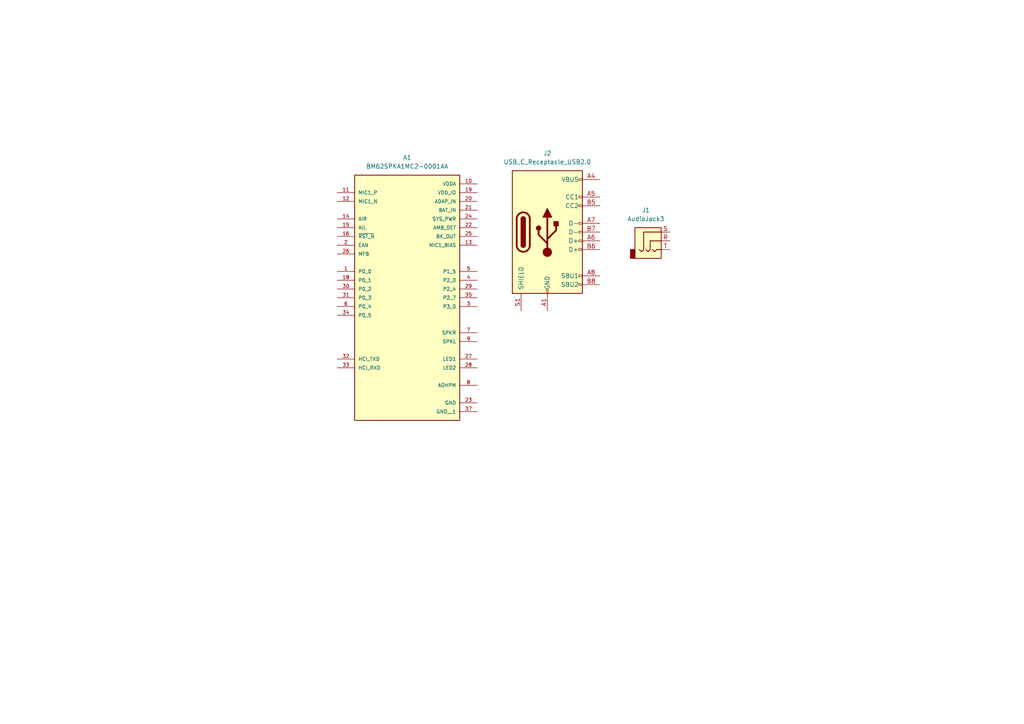
<source format=kicad_sch>
(kicad_sch (version 20230121) (generator eeschema)
  (paper "A4")
  (title_block (date "2023-11-28") (company "shirokuma89dev"))
  (lib_symbols
    (symbol "BM62SPKA1MC2-0001AA:BM62SPKA1MC2-0001AA" (pin_names (offset 1.016))
      (property "Reference" "A" (at -15.2666 36.3855 0))
      (property "Value" "BM62SPKA1MC2-0001AA" (at -15.2703 -38.1708 0))
      (symbol "BM62SPKA1MC2-0001AA_0_0"
        (rectangle (start -15.24 -35.56) (end 15.24 35.56) (stroke (width 0.254)) (fill (type background)))
        (pin bidirectional line (at -20.32 7.62 0) (length 5.08) (name "P0_0") (number "1"))
        (pin power_in line (at 20.32 33.02 180) (length 5.08) (name "VDDA") (number "10"))
        (pin input line (at -20.32 30.48 0) (length 5.08) (name "MIC1_P") (number "11"))
        (pin input line (at -20.32 27.94 0) (length 5.08) (name "MIC1_N") (number "12"))
        (pin power_in line (at 20.32 15.24 180) (length 5.08) (name "MIC1_BIAS") (number "13"))
        (pin input line (at -20.32 22.86 0) (length 5.08) (name "AIR") (number "14"))
        (pin input line (at -20.32 20.32 0) (length 5.08) (name "AIL") (number "15"))
        (pin input line (at -20.32 17.78 0) (length 5.08) (name "~{RST_N}") (number "16"))
        (pin bidirectional line (at -20.32 5.08 0) (length 5.08) (name "P0_1") (number "18"))
        (pin power_in line (at 20.32 30.48 180) (length 5.08) (name "VDD_IO") (number "19"))
        (pin input line (at -20.32 15.24 0) (length 5.08) (name "EAN") (number "2"))
        (pin power_in line (at 20.32 27.94 180) (length 5.08) (name "ADAP_IN") (number "20"))
        (pin power_in line (at 20.32 25.4 180) (length 5.08) (name "BAT_IN") (number "21"))
        (pin power_in line (at 20.32 20.32 180) (length 5.08) (name "AMB_DET") (number "22"))
        (pin power_in line (at 20.32 -30.48 180) (length 5.08) (name "GND") (number "23"))
        (pin power_in line (at 20.32 22.86 180) (length 5.08) (name "SYS_PWR") (number "24"))
        (pin power_in line (at 20.32 17.78 180) (length 5.08) (name "BK_OUT") (number "25"))
        (pin input line (at -20.32 12.7 0) (length 5.08) (name "MFB") (number "26"))
        (pin output line (at 20.32 -17.78 180) (length 5.08) (name "LED1") (number "27"))
        (pin output line (at 20.32 -20.32 180) (length 5.08) (name "LED2") (number "28"))
        (pin bidirectional line (at 20.32 2.54 180) (length 5.08) (name "P2_4") (number "29"))
        (pin bidirectional line (at 20.32 -2.54 180) (length 5.08) (name "P3_0") (number "3"))
        (pin bidirectional line (at -20.32 2.54 0) (length 5.08) (name "P0_2") (number "30"))
        (pin bidirectional line (at -20.32 0 0) (length 5.08) (name "P0_3") (number "31"))
        (pin bidirectional line (at -20.32 -17.78 0) (length 5.08) (name "HCI_TXD") (number "32"))
        (pin bidirectional line (at -20.32 -20.32 0) (length 5.08) (name "HCI_RXD") (number "33"))
        (pin bidirectional line (at -20.32 -5.08 0) (length 5.08) (name "P0_5") (number "34"))
        (pin bidirectional line (at 20.32 0 180) (length 5.08) (name "P2_7") (number "35"))
        (pin power_in line (at 20.32 -33.02 180) (length 5.08) (name "GND__1") (number "37"))
        (pin bidirectional line (at 20.32 5.08 180) (length 5.08) (name "P2_0") (number "4"))
        (pin bidirectional line (at 20.32 7.62 180) (length 5.08) (name "P1_5") (number "5"))
        (pin bidirectional line (at -20.32 -2.54 0) (length 5.08) (name "P0_4") (number "6"))
        (pin output line (at 20.32 -10.16 180) (length 5.08) (name "SPKR") (number "7"))
        (pin output line (at 20.32 -25.4 180) (length 5.08) (name "AOHPM") (number "8"))
        (pin output line (at 20.32 -12.7 180) (length 5.08) (name "SPKL") (number "9"))
      )
    )
    (symbol "Connector:USB_C_Receptacle_USB2.0" (pin_names (offset 1.016))
      (property "Reference" "J" (at -10.16 19.05 0))
      (property "Value" "USB_C_Receptacle_USB2.0" (at 19.05 19.05 0))
      (symbol "USB_C_Receptacle_USB2.0_0_0"
        (rectangle (start -0.254 -17.78) (end 0.254 -16.764))
        (rectangle (start 10.16 -14.986) (end 9.144 -15.494))
        (rectangle (start 10.16 -12.446) (end 9.144 -12.954))
        (rectangle (start 10.16 -4.826) (end 9.144 -5.334))
        (rectangle (start 10.16 -2.286) (end 9.144 -2.794))
        (rectangle (start 10.16 0.254) (end 9.144 -0.254))
        (rectangle (start 10.16 2.794) (end 9.144 2.286))
        (rectangle (start 10.16 7.874) (end 9.144 7.366))
        (rectangle (start 10.16 10.414) (end 9.144 9.906))
        (rectangle (start 10.16 15.494) (end 9.144 14.986))
      )
      (symbol "USB_C_Receptacle_USB2.0_0_1"
        (rectangle (start -10.16 17.78) (end 10.16 -17.78) (stroke (width 0.254)) (fill (type background)))
        (arc (start -8.89 -3.81) (mid -6.985 -5.7067) (end -5.08 -3.81) (stroke (width 0.508)))
        (arc (start -7.62 -3.81) (mid -6.985 -4.4423) (end -6.35 -3.81) (stroke (width 0.254)))
        (arc (start -7.62 -3.81) (mid -6.985 -4.4423) (end -6.35 -3.81) (stroke (width 0.254)) (fill (type outline)))
        (rectangle (start -7.62 -3.81) (end -6.35 3.81) (stroke (width 0.254)) (fill (type outline)))
        (arc (start -6.35 3.81) (mid -6.985 4.4423) (end -7.62 3.81) (stroke (width 0.254)))
        (arc (start -6.35 3.81) (mid -6.985 4.4423) (end -7.62 3.81) (stroke (width 0.254)) (fill (type outline)))
        (arc (start -5.08 3.81) (mid -6.985 5.7067) (end -8.89 3.81) (stroke (width 0.508)))
        (circle (center -2.54 1.143) (radius 0.635) (stroke (width 0.254)) (fill (type outline)))
        (circle (center 0 -5.842) (radius 1.27) (fill (type outline)))
        (polyline (pts (xy -8.89 -3.81) (xy -8.89 3.81)) (stroke (width 0.508)))
        (polyline (pts (xy -5.08 3.81) (xy -5.08 -3.81)) (stroke (width 0.508)))
        (polyline (pts (xy 0 -5.842) (xy 0 4.318)) (stroke (width 0.508)))
        (polyline (pts (xy 0 -3.302) (xy -2.54 -0.762) (xy -2.54 0.508)) (stroke (width 0.508)))
        (polyline (pts (xy 0 -2.032) (xy 2.54 0.508) (xy 2.54 1.778)) (stroke (width 0.508)))
        (polyline (pts (xy -1.27 4.318) (xy 0 6.858) (xy 1.27 4.318) (xy -1.27 4.318)) (stroke (width 0.254)) (fill (type outline)))
        (rectangle (start 1.905 1.778) (end 3.175 3.048) (stroke (width 0.254)) (fill (type outline)))
      )
      (symbol "USB_C_Receptacle_USB2.0_1_1"
        (pin passive line (at 0 -22.86 90) (length 5.08) (name "GND") (number "A1"))
        (pin passive line (at 0 -22.86 90) (length 5.08) hide (name "GND") (number "A12"))
        (pin passive line (at 15.24 15.24 180) (length 5.08) (name "VBUS") (number "A4"))
        (pin bidirectional line (at 15.24 10.16 180) (length 5.08) (name "CC1") (number "A5"))
        (pin bidirectional line (at 15.24 -2.54 180) (length 5.08) (name "D+") (number "A6"))
        (pin bidirectional line (at 15.24 2.54 180) (length 5.08) (name "D-") (number "A7"))
        (pin bidirectional line (at 15.24 -12.7 180) (length 5.08) (name "SBU1") (number "A8"))
        (pin passive line (at 15.24 15.24 180) (length 5.08) hide (name "VBUS") (number "A9"))
        (pin passive line (at 0 -22.86 90) (length 5.08) hide (name "GND") (number "B1"))
        (pin passive line (at 0 -22.86 90) (length 5.08) hide (name "GND") (number "B12"))
        (pin passive line (at 15.24 15.24 180) (length 5.08) hide (name "VBUS") (number "B4"))
        (pin bidirectional line (at 15.24 7.62 180) (length 5.08) (name "CC2") (number "B5"))
        (pin bidirectional line (at 15.24 -5.08 180) (length 5.08) (name "D+") (number "B6"))
        (pin bidirectional line (at 15.24 0 180) (length 5.08) (name "D-") (number "B7"))
        (pin bidirectional line (at 15.24 -15.24 180) (length 5.08) (name "SBU2") (number "B8"))
        (pin passive line (at 15.24 15.24 180) (length 5.08) hide (name "VBUS") (number "B9"))
        (pin passive line (at -7.62 -22.86 90) (length 5.08) (name "SHIELD") (number "S1"))
      )
    )
    (symbol "Connector_Audio:AudioJack3"
      (property "Reference" "J" (at 0 8.89 0))
      (property "Value" "AudioJack3" (at 0 6.35 0))
      (symbol "AudioJack3_0_1"
        (rectangle (start -5.08 -5.08) (end -6.35 -2.54) (stroke (width 0.254)) (fill (type outline)))
        (polyline (pts (xy 0 -2.54) (xy 0.635 -3.175) (xy 1.27 -2.54) (xy 2.54 -2.54)) (stroke (width 0.254)))
        (polyline (pts (xy -1.905 -2.54) (xy -1.27 -3.175) (xy -0.635 -2.54) (xy -0.635 0) (xy 2.54 0)) (stroke (width 0.254)))
        (polyline (pts (xy 2.54 2.54) (xy -2.54 2.54) (xy -2.54 -2.54) (xy -3.175 -3.175) (xy -3.81 -2.54)) (stroke (width 0.254)))
        (rectangle (start 2.54 3.81) (end -5.08 -5.08) (stroke (width 0.254)) (fill (type background)))
      )
      (symbol "AudioJack3_1_1"
        (pin passive line (at 5.08 0 180) (length 2.54) (name "~") (number "R"))
        (pin passive line (at 5.08 2.54 180) (length 2.54) (name "~") (number "S"))
        (pin passive line (at 5.08 -2.54 180) (length 2.54) (name "~") (number "T"))
      )
    )
  )
  (symbol (lib_id "Connector_Audio:AudioJack3") (at 189.23 69.85 0) (unit 1)
    (property "Reference" "J1" (at 187.325 60.96 0))
    (property "Value" "AudioJack3" (at 187.325 63.5 0))
    (property "Footprint" "Connector_Audio:Jack_3.5mm_Lumberg_1503_07_Horizontal" (effects hide))
  )
  (symbol (lib_id "BM62SPKA1MC2-0001AA:BM62SPKA1MC2-0001AA") (at 118.11 86.36 0) (unit 1)
    (property "Reference" "A1" (at 118.11 45.72 0))
    (property "Value" "BM62SPKA1MC2-0001AA" (at 118.11 48.26 0))
    (property "Footprint" "BM62SPKA1MC2_0001AA:MICROCHIP_BM62SPKA1MC2-0001AA" (effects hide))
    (property "PARTREV" "D" (effects hide))
    (property "STANDARD" "MANUFACTURER RECOMMENDATIONS" (effects hide))
    (property "MANUFACTURER" "MICROCHIP" (effects hide))
  )
  (symbol (lib_id "Connector:USB_C_Receptacle_USB2.0") (at 158.75 67.31 0) (unit 1)
    (property "Reference" "J2" (at 158.75 44.45 0))
    (property "Value" "USB_C_Receptacle_USB2.0" (at 158.75 46.99 0))
    (property "Footprint" "Connector_USB:USB_C_Receptacle_Palconn_UTC16-G" (effects hide))
    (property "Datasheet" "https://www.usb.org/sites/default/files/documents/usb_type-c.zip" (effects hide))
  )
)
</source>
